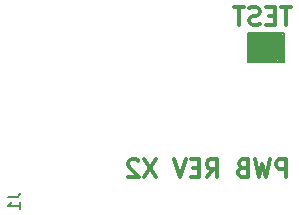
<source format=gbo>
G04 #@! TF.FileFunction,Legend,Bot*
%FSLAX46Y46*%
G04 Gerber Fmt 4.6, Leading zero omitted, Abs format (unit mm)*
G04 Created by KiCad (PCBNEW (after 2015-mar-04 BZR unknown)-product) date 12/20/2015 2:42:08 PM*
%MOMM*%
G01*
G04 APERTURE LIST*
%ADD10C,0.150000*%
%ADD11C,0.300000*%
%ADD12C,0.200000*%
G04 APERTURE END LIST*
D10*
D11*
X30840857Y-7306571D02*
X29983714Y-7306571D01*
X30412285Y-8806571D02*
X30412285Y-7306571D01*
X29483714Y-8020857D02*
X28983714Y-8020857D01*
X28769428Y-8806571D02*
X29483714Y-8806571D01*
X29483714Y-7306571D01*
X28769428Y-7306571D01*
X28198000Y-8735143D02*
X27983714Y-8806571D01*
X27626571Y-8806571D01*
X27483714Y-8735143D01*
X27412285Y-8663714D01*
X27340857Y-8520857D01*
X27340857Y-8378000D01*
X27412285Y-8235143D01*
X27483714Y-8163714D01*
X27626571Y-8092286D01*
X27912285Y-8020857D01*
X28055143Y-7949429D01*
X28126571Y-7878000D01*
X28198000Y-7735143D01*
X28198000Y-7592286D01*
X28126571Y-7449429D01*
X28055143Y-7378000D01*
X27912285Y-7306571D01*
X27555143Y-7306571D01*
X27340857Y-7378000D01*
X26912286Y-7306571D02*
X26055143Y-7306571D01*
X26483714Y-8806571D02*
X26483714Y-7306571D01*
D12*
X30099000Y-9652000D02*
X29972000Y-9779000D01*
X30099000Y-11811000D02*
X30099000Y-9652000D01*
X29972000Y-11811000D02*
X30099000Y-11811000D01*
X29972000Y-9525000D02*
X29972000Y-11811000D01*
X29718000Y-9525000D02*
X29972000Y-9525000D01*
X29718000Y-11684000D02*
X29718000Y-9525000D01*
X29845000Y-11811000D02*
X29718000Y-11684000D01*
X29845000Y-9525000D02*
X29845000Y-11811000D01*
X29591000Y-9525000D02*
X29845000Y-9525000D01*
X29591000Y-11811000D02*
X29591000Y-9525000D01*
X29464000Y-11938000D02*
X29591000Y-11811000D01*
X29464000Y-9652000D02*
X29464000Y-11938000D01*
X29337000Y-9525000D02*
X29464000Y-9652000D01*
X29337000Y-11811000D02*
X29337000Y-9525000D01*
X29210000Y-11811000D02*
X29337000Y-11811000D01*
X29210000Y-9525000D02*
X29210000Y-11811000D01*
X29083000Y-9525000D02*
X29210000Y-9525000D01*
X29083000Y-11811000D02*
X29083000Y-9525000D01*
X28956000Y-11811000D02*
X29083000Y-11811000D01*
X28956000Y-9525000D02*
X28956000Y-11811000D01*
X28829000Y-9525000D02*
X28956000Y-9525000D01*
X29083000Y-9525000D02*
X28829000Y-9525000D01*
X28829000Y-9525000D02*
X29083000Y-9525000D01*
X28829000Y-11811000D02*
X28829000Y-9525000D01*
X28702000Y-11811000D02*
X28829000Y-11811000D01*
X28702000Y-9525000D02*
X28702000Y-11811000D01*
X28575000Y-9525000D02*
X28702000Y-9525000D01*
X28575000Y-11811000D02*
X28575000Y-9525000D01*
X28448000Y-11938000D02*
X28575000Y-11811000D01*
X28448000Y-9525000D02*
X28448000Y-11938000D01*
X28321000Y-9525000D02*
X28448000Y-9525000D01*
X28321000Y-11811000D02*
X28321000Y-9525000D01*
X28194000Y-11811000D02*
X28321000Y-11811000D01*
X28194000Y-9525000D02*
X28194000Y-11811000D01*
X28067000Y-9525000D02*
X28194000Y-9525000D01*
X28067000Y-11938000D02*
X28067000Y-9525000D01*
X28067000Y-9525000D02*
X28067000Y-11938000D01*
X27940000Y-9525000D02*
X28067000Y-9525000D01*
X27940000Y-11811000D02*
X27940000Y-9525000D01*
X28067000Y-11811000D02*
X27940000Y-11811000D01*
X27813000Y-11811000D02*
X28067000Y-11811000D01*
X27813000Y-9525000D02*
X27813000Y-11811000D01*
X27686000Y-9525000D02*
X27813000Y-9525000D01*
X27686000Y-11938000D02*
X27686000Y-9525000D01*
X27559000Y-11811000D02*
X27686000Y-11938000D01*
X27559000Y-9525000D02*
X27559000Y-11811000D01*
X27432000Y-9525000D02*
X27559000Y-9525000D01*
X27432000Y-11811000D02*
X27432000Y-9525000D01*
X27305000Y-11938000D02*
X27432000Y-11811000D01*
X27305000Y-9525000D02*
X27305000Y-11938000D01*
X27178000Y-9525000D02*
X27305000Y-9525000D01*
X27178000Y-11938000D02*
X27178000Y-9525000D01*
X27432000Y-11938000D02*
X27178000Y-11938000D01*
X27178000Y-11938000D02*
X27432000Y-11938000D01*
X27178000Y-11684000D02*
X27178000Y-11938000D01*
X27432000Y-11938000D02*
X27178000Y-11684000D01*
X30226000Y-11938000D02*
X27432000Y-11938000D01*
X30226000Y-9525000D02*
X30226000Y-11938000D01*
X27178000Y-9525000D02*
X30226000Y-9525000D01*
D11*
X30442856Y-21698571D02*
X30442856Y-20198571D01*
X29871428Y-20198571D01*
X29728570Y-20270000D01*
X29657142Y-20341429D01*
X29585713Y-20484286D01*
X29585713Y-20698571D01*
X29657142Y-20841429D01*
X29728570Y-20912857D01*
X29871428Y-20984286D01*
X30442856Y-20984286D01*
X29085713Y-20198571D02*
X28728570Y-21698571D01*
X28442856Y-20627143D01*
X28157142Y-21698571D01*
X27799999Y-20198571D01*
X26728570Y-20912857D02*
X26514284Y-20984286D01*
X26442856Y-21055714D01*
X26371427Y-21198571D01*
X26371427Y-21412857D01*
X26442856Y-21555714D01*
X26514284Y-21627143D01*
X26657142Y-21698571D01*
X27228570Y-21698571D01*
X27228570Y-20198571D01*
X26728570Y-20198571D01*
X26585713Y-20270000D01*
X26514284Y-20341429D01*
X26442856Y-20484286D01*
X26442856Y-20627143D01*
X26514284Y-20770000D01*
X26585713Y-20841429D01*
X26728570Y-20912857D01*
X27228570Y-20912857D01*
X23728570Y-21698571D02*
X24228570Y-20984286D01*
X24585713Y-21698571D02*
X24585713Y-20198571D01*
X24014285Y-20198571D01*
X23871427Y-20270000D01*
X23799999Y-20341429D01*
X23728570Y-20484286D01*
X23728570Y-20698571D01*
X23799999Y-20841429D01*
X23871427Y-20912857D01*
X24014285Y-20984286D01*
X24585713Y-20984286D01*
X23085713Y-20912857D02*
X22585713Y-20912857D01*
X22371427Y-21698571D02*
X23085713Y-21698571D01*
X23085713Y-20198571D01*
X22371427Y-20198571D01*
X21942856Y-20198571D02*
X21442856Y-21698571D01*
X20942856Y-20198571D01*
X19442856Y-20198571D02*
X18442856Y-21698571D01*
X18442856Y-20198571D02*
X19442856Y-21698571D01*
X17942857Y-20341429D02*
X17871428Y-20270000D01*
X17728571Y-20198571D01*
X17371428Y-20198571D01*
X17228571Y-20270000D01*
X17157142Y-20341429D01*
X17085714Y-20484286D01*
X17085714Y-20627143D01*
X17157142Y-20841429D01*
X18014285Y-21698571D01*
X17085714Y-21698571D01*
D10*
X6902381Y-23396667D02*
X7616667Y-23396667D01*
X7759524Y-23349047D01*
X7854762Y-23253809D01*
X7902381Y-23110952D01*
X7902381Y-23015714D01*
X7902381Y-24396667D02*
X7902381Y-23825238D01*
X7902381Y-24110952D02*
X6902381Y-24110952D01*
X7045238Y-24015714D01*
X7140476Y-23920476D01*
X7188095Y-23825238D01*
M02*

</source>
